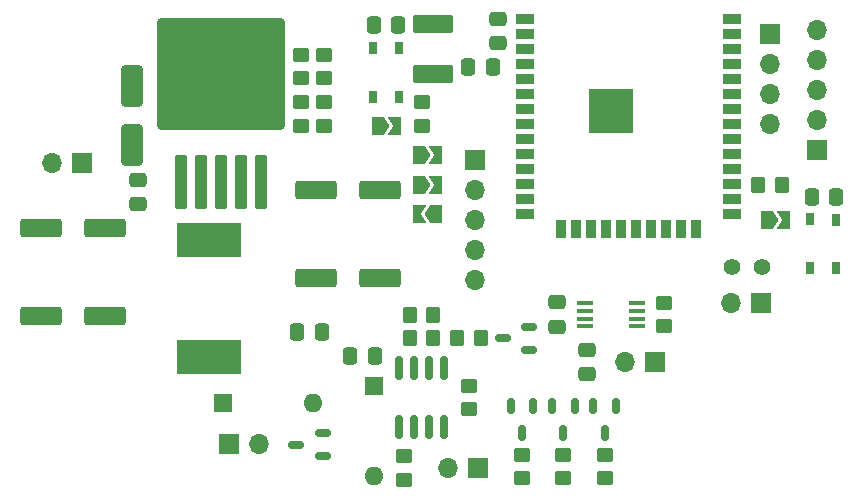
<source format=gbr>
%TF.GenerationSoftware,KiCad,Pcbnew,7.0.8*%
%TF.CreationDate,2023-12-29T21:58:38-05:00*%
%TF.ProjectId,SleepMonitor,536c6565-704d-46f6-9e69-746f722e6b69,rev?*%
%TF.SameCoordinates,Original*%
%TF.FileFunction,Soldermask,Top*%
%TF.FilePolarity,Negative*%
%FSLAX46Y46*%
G04 Gerber Fmt 4.6, Leading zero omitted, Abs format (unit mm)*
G04 Created by KiCad (PCBNEW 7.0.8) date 2023-12-29 21:58:38*
%MOMM*%
%LPD*%
G01*
G04 APERTURE LIST*
G04 Aperture macros list*
%AMRoundRect*
0 Rectangle with rounded corners*
0 $1 Rounding radius*
0 $2 $3 $4 $5 $6 $7 $8 $9 X,Y pos of 4 corners*
0 Add a 4 corners polygon primitive as box body*
4,1,4,$2,$3,$4,$5,$6,$7,$8,$9,$2,$3,0*
0 Add four circle primitives for the rounded corners*
1,1,$1+$1,$2,$3*
1,1,$1+$1,$4,$5*
1,1,$1+$1,$6,$7*
1,1,$1+$1,$8,$9*
0 Add four rect primitives between the rounded corners*
20,1,$1+$1,$2,$3,$4,$5,0*
20,1,$1+$1,$4,$5,$6,$7,0*
20,1,$1+$1,$6,$7,$8,$9,0*
20,1,$1+$1,$8,$9,$2,$3,0*%
%AMFreePoly0*
4,1,6,1.000000,0.000000,0.500000,-0.750000,-0.500000,-0.750000,-0.500000,0.750000,0.500000,0.750000,1.000000,0.000000,1.000000,0.000000,$1*%
%AMFreePoly1*
4,1,6,0.500000,-0.750000,-0.650000,-0.750000,-0.150000,0.000000,-0.650000,0.750000,0.500000,0.750000,0.500000,-0.750000,0.500000,-0.750000,$1*%
G04 Aperture macros list end*
%ADD10C,0.600000*%
%ADD11R,3.800000X3.800000*%
%ADD12C,0.800000*%
%ADD13R,1.500000X0.900000*%
%ADD14R,0.900000X1.500000*%
%ADD15R,1.700000X1.700000*%
%ADD16O,1.700000X1.700000*%
%ADD17RoundRect,0.150000X0.512500X0.150000X-0.512500X0.150000X-0.512500X-0.150000X0.512500X-0.150000X0*%
%ADD18RoundRect,0.250000X0.450000X-0.350000X0.450000X0.350000X-0.450000X0.350000X-0.450000X-0.350000X0*%
%ADD19RoundRect,0.250000X0.350000X0.450000X-0.350000X0.450000X-0.350000X-0.450000X0.350000X-0.450000X0*%
%ADD20R,1.600000X1.600000*%
%ADD21O,1.600000X1.600000*%
%ADD22RoundRect,0.250000X-0.475000X0.337500X-0.475000X-0.337500X0.475000X-0.337500X0.475000X0.337500X0*%
%ADD23RoundRect,0.250000X-1.500000X-0.550000X1.500000X-0.550000X1.500000X0.550000X-1.500000X0.550000X0*%
%ADD24R,1.450000X0.450000*%
%ADD25RoundRect,0.150000X-0.150000X0.512500X-0.150000X-0.512500X0.150000X-0.512500X0.150000X0.512500X0*%
%ADD26FreePoly0,180.000000*%
%ADD27FreePoly1,180.000000*%
%ADD28RoundRect,0.250000X-0.450000X0.350000X-0.450000X-0.350000X0.450000X-0.350000X0.450000X0.350000X0*%
%ADD29RoundRect,0.250000X0.650000X-1.500000X0.650000X1.500000X-0.650000X1.500000X-0.650000X-1.500000X0*%
%ADD30RoundRect,0.250000X-0.350000X-0.450000X0.350000X-0.450000X0.350000X0.450000X-0.350000X0.450000X0*%
%ADD31FreePoly0,0.000000*%
%ADD32FreePoly1,0.000000*%
%ADD33RoundRect,0.250000X-0.337500X-0.475000X0.337500X-0.475000X0.337500X0.475000X-0.337500X0.475000X0*%
%ADD34RoundRect,0.250000X0.475000X-0.337500X0.475000X0.337500X-0.475000X0.337500X-0.475000X-0.337500X0*%
%ADD35R,5.400000X2.900000*%
%ADD36C,1.400000*%
%ADD37RoundRect,0.250000X0.337500X0.475000X-0.337500X0.475000X-0.337500X-0.475000X0.337500X-0.475000X0*%
%ADD38R,0.650000X1.050000*%
%ADD39RoundRect,0.250000X1.500000X0.550000X-1.500000X0.550000X-1.500000X-0.550000X1.500000X-0.550000X0*%
%ADD40RoundRect,0.150000X0.150000X-0.825000X0.150000X0.825000X-0.150000X0.825000X-0.150000X-0.825000X0*%
%ADD41RoundRect,0.250000X-1.450000X0.537500X-1.450000X-0.537500X1.450000X-0.537500X1.450000X0.537500X0*%
%ADD42RoundRect,0.250000X0.300000X-2.050000X0.300000X2.050000X-0.300000X2.050000X-0.300000X-2.050000X0*%
%ADD43RoundRect,0.250002X5.149998X-4.449998X5.149998X4.449998X-5.149998X4.449998X-5.149998X-4.449998X0*%
G04 APERTURE END LIST*
D10*
%TO.C,U3*%
X143400000Y-78415000D03*
X143400000Y-77015000D03*
X142700000Y-79115000D03*
X142700000Y-77715000D03*
X142700000Y-76315000D03*
D11*
X142000000Y-77715000D03*
D10*
X141975000Y-78415000D03*
X141975000Y-77015000D03*
X141300000Y-79115000D03*
X141300000Y-77715000D03*
D12*
X141300000Y-76315000D03*
D10*
X140600000Y-78415000D03*
D12*
X140600000Y-77015000D03*
D13*
X152250000Y-69995000D03*
X152250000Y-71265000D03*
X152250000Y-72535000D03*
X152250000Y-73805000D03*
X152250000Y-75075000D03*
X152250000Y-76345000D03*
X152250000Y-77615000D03*
X152250000Y-78885000D03*
X152250000Y-80155000D03*
X152250000Y-81425000D03*
X152250000Y-82695000D03*
X152250000Y-83965000D03*
X152250000Y-85235000D03*
X152250000Y-86505000D03*
D14*
X149220000Y-87755000D03*
X147950000Y-87755000D03*
X146680000Y-87755000D03*
X145410000Y-87755000D03*
X144140000Y-87755000D03*
X142870000Y-87755000D03*
X141600000Y-87755000D03*
X140330000Y-87755000D03*
X139060000Y-87755000D03*
X137790000Y-87755000D03*
D13*
X134750000Y-86505000D03*
X134750000Y-85235000D03*
X134750000Y-83965000D03*
X134750000Y-82695000D03*
X134750000Y-81425000D03*
X134750000Y-80155000D03*
X134750000Y-78885000D03*
X134750000Y-77615000D03*
X134750000Y-76345000D03*
X134750000Y-75075000D03*
X134750000Y-73805000D03*
X134750000Y-72535000D03*
X134750000Y-71265000D03*
X134750000Y-69995000D03*
%TD*%
D15*
%TO.C,J1*%
X97275000Y-82125000D03*
D16*
X94735000Y-82125000D03*
%TD*%
D17*
%TO.C,Q1*%
X117637500Y-106950000D03*
X117637500Y-105050000D03*
X115362500Y-106000000D03*
%TD*%
D18*
%TO.C,R2*%
X115775000Y-75000000D03*
X115775000Y-73000000D03*
%TD*%
D15*
%TO.C,Y1*%
X130775000Y-108000000D03*
D16*
X128235000Y-108000000D03*
%TD*%
D19*
%TO.C,R14*%
X131000000Y-97000000D03*
X129000000Y-97000000D03*
%TD*%
D20*
%TO.C,D2*%
X109190000Y-102500000D03*
D21*
X116810000Y-102500000D03*
%TD*%
D22*
%TO.C,C1*%
X137500000Y-93962500D03*
X137500000Y-96037500D03*
%TD*%
D15*
%TO.C,J5*%
X154775000Y-94000000D03*
D16*
X152235000Y-94000000D03*
%TD*%
D23*
%TO.C,C9*%
X117075000Y-91925000D03*
X122475000Y-91925000D03*
%TD*%
D24*
%TO.C,U1*%
X144200000Y-95975000D03*
X144200000Y-95325000D03*
X144200000Y-94675000D03*
X144200000Y-94025000D03*
X139800000Y-94025000D03*
X139800000Y-94675000D03*
X139800000Y-95325000D03*
X139800000Y-95975000D03*
%TD*%
D20*
%TO.C,D1*%
X122000000Y-101000000D03*
D21*
X122000000Y-108620000D03*
%TD*%
D25*
%TO.C,Q3*%
X142450000Y-102725000D03*
X140550000Y-102725000D03*
X141500000Y-105000000D03*
%TD*%
D26*
%TO.C,JP5*%
X127225000Y-86500000D03*
D27*
X125775000Y-86500000D03*
%TD*%
D28*
%TO.C,R5*%
X126000000Y-77000000D03*
X126000000Y-79000000D03*
%TD*%
D29*
%TO.C,D3*%
X101500000Y-80625000D03*
X101500000Y-75625000D03*
%TD*%
D30*
%TO.C,R12*%
X125000000Y-97000000D03*
X127000000Y-97000000D03*
%TD*%
D28*
%TO.C,R8*%
X134500000Y-106862500D03*
X134500000Y-108862500D03*
%TD*%
D31*
%TO.C,JP2*%
X122275000Y-79000000D03*
D32*
X123725000Y-79000000D03*
%TD*%
D23*
%TO.C,C6*%
X117075000Y-84425000D03*
X122475000Y-84425000D03*
%TD*%
D33*
%TO.C,C3*%
X119962500Y-98500000D03*
X122037500Y-98500000D03*
%TD*%
%TO.C,C8*%
X115462500Y-96500000D03*
X117537500Y-96500000D03*
%TD*%
D34*
%TO.C,C2*%
X140000000Y-100037500D03*
X140000000Y-97962500D03*
%TD*%
D28*
%TO.C,R9*%
X124500000Y-107000000D03*
X124500000Y-109000000D03*
%TD*%
D35*
%TO.C,L1*%
X108000000Y-88675000D03*
X108000000Y-98575000D03*
%TD*%
D28*
%TO.C,R6*%
X138000000Y-106862500D03*
X138000000Y-108862500D03*
%TD*%
D36*
%TO.C,JP1*%
X152250000Y-91000000D03*
X154790000Y-91000000D03*
%TD*%
D19*
%TO.C,R11*%
X127000000Y-95000000D03*
X125000000Y-95000000D03*
%TD*%
D22*
%TO.C,C10*%
X132500000Y-69962500D03*
X132500000Y-72037500D03*
%TD*%
D15*
%TO.C,M1*%
X109725000Y-105985000D03*
D16*
X112265000Y-105985000D03*
%TD*%
D18*
%TO.C,R15*%
X115775000Y-79000000D03*
X115775000Y-77000000D03*
%TD*%
D15*
%TO.C,J4*%
X159500000Y-81075000D03*
D16*
X159500000Y-78535000D03*
X159500000Y-75995000D03*
X159500000Y-73455000D03*
X159500000Y-70915000D03*
%TD*%
D25*
%TO.C,Q4*%
X135450000Y-102725000D03*
X133550000Y-102725000D03*
X134500000Y-105000000D03*
%TD*%
%TO.C,Q2*%
X138950000Y-102725000D03*
X137050000Y-102725000D03*
X138000000Y-105000000D03*
%TD*%
D30*
%TO.C,R3*%
X154500000Y-84000000D03*
X156500000Y-84000000D03*
%TD*%
D31*
%TO.C,JP3*%
X125775000Y-81500000D03*
D32*
X127225000Y-81500000D03*
%TD*%
D37*
%TO.C,C12*%
X132037500Y-74000000D03*
X129962500Y-74000000D03*
%TD*%
D28*
%TO.C,R17*%
X117775000Y-77000000D03*
X117775000Y-79000000D03*
%TD*%
%TO.C,R4*%
X141500000Y-106862500D03*
X141500000Y-108862500D03*
%TD*%
%TO.C,R16*%
X117775000Y-73000000D03*
X117775000Y-75000000D03*
%TD*%
D38*
%TO.C,SW2*%
X158925000Y-91075000D03*
X158925000Y-86925000D03*
X161075000Y-91075000D03*
X161075000Y-86950000D03*
%TD*%
D28*
%TO.C,R1*%
X146500000Y-94000000D03*
X146500000Y-96000000D03*
%TD*%
D34*
%TO.C,C7*%
X102000000Y-85662500D03*
X102000000Y-83587500D03*
%TD*%
D15*
%TO.C,J3*%
X130500000Y-81925000D03*
D16*
X130500000Y-84465000D03*
X130500000Y-87005000D03*
X130500000Y-89545000D03*
X130500000Y-92085000D03*
%TD*%
D28*
%TO.C,R10*%
X130000000Y-101000000D03*
X130000000Y-103000000D03*
%TD*%
D39*
%TO.C,C4*%
X99200000Y-87625000D03*
X93800000Y-87625000D03*
%TD*%
D31*
%TO.C,JP4*%
X125775000Y-84000000D03*
D32*
X127225000Y-84000000D03*
%TD*%
D15*
%TO.C,J2*%
X155500000Y-71200000D03*
D16*
X155500000Y-73740000D03*
X155500000Y-76280000D03*
X155500000Y-78820000D03*
%TD*%
D40*
%TO.C,U2*%
X124095000Y-104475000D03*
X125365000Y-104475000D03*
X126635000Y-104475000D03*
X127905000Y-104475000D03*
X127905000Y-99525000D03*
X126635000Y-99525000D03*
X125365000Y-99525000D03*
X124095000Y-99525000D03*
%TD*%
D38*
%TO.C,SW1*%
X124075000Y-72425000D03*
X124075000Y-76575000D03*
X121925000Y-72425000D03*
X121925000Y-76550000D03*
%TD*%
D33*
%TO.C,C14*%
X159037500Y-85000000D03*
X161112500Y-85000000D03*
%TD*%
D17*
%TO.C,Q6*%
X135137500Y-97950000D03*
X135137500Y-96050000D03*
X132862500Y-97000000D03*
%TD*%
D15*
%TO.C,J6*%
X145775000Y-99000000D03*
D16*
X143235000Y-99000000D03*
%TD*%
D37*
%TO.C,C13*%
X124037500Y-70500000D03*
X121962500Y-70500000D03*
%TD*%
D31*
%TO.C,JP6*%
X155275000Y-87000000D03*
D32*
X156725000Y-87000000D03*
%TD*%
D41*
%TO.C,C11*%
X127000000Y-70362500D03*
X127000000Y-74637500D03*
%TD*%
D39*
%TO.C,C5*%
X99200000Y-95125000D03*
X93800000Y-95125000D03*
%TD*%
D42*
%TO.C,U4*%
X105600000Y-83775000D03*
X107300000Y-83775000D03*
X109000000Y-83775000D03*
D43*
X109000000Y-74625000D03*
D42*
X110700000Y-83775000D03*
X112400000Y-83775000D03*
%TD*%
M02*

</source>
